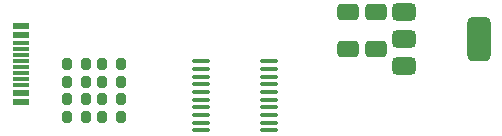
<source format=gtp>
G04 #@! TF.GenerationSoftware,KiCad,Pcbnew,9.0.3*
G04 #@! TF.CreationDate,2025-08-03T15:22:30-04:00*
G04 #@! TF.ProjectId,CH32V003F4P6,43483332-5630-4303-9346-3450362e6b69,rev?*
G04 #@! TF.SameCoordinates,Original*
G04 #@! TF.FileFunction,Paste,Top*
G04 #@! TF.FilePolarity,Positive*
%FSLAX46Y46*%
G04 Gerber Fmt 4.6, Leading zero omitted, Abs format (unit mm)*
G04 Created by KiCad (PCBNEW 9.0.3) date 2025-08-03 15:22:30*
%MOMM*%
%LPD*%
G01*
G04 APERTURE LIST*
G04 Aperture macros list*
%AMRoundRect*
0 Rectangle with rounded corners*
0 $1 Rounding radius*
0 $2 $3 $4 $5 $6 $7 $8 $9 X,Y pos of 4 corners*
0 Add a 4 corners polygon primitive as box body*
4,1,4,$2,$3,$4,$5,$6,$7,$8,$9,$2,$3,0*
0 Add four circle primitives for the rounded corners*
1,1,$1+$1,$2,$3*
1,1,$1+$1,$4,$5*
1,1,$1+$1,$6,$7*
1,1,$1+$1,$8,$9*
0 Add four rect primitives between the rounded corners*
20,1,$1+$1,$2,$3,$4,$5,0*
20,1,$1+$1,$4,$5,$6,$7,0*
20,1,$1+$1,$6,$7,$8,$9,0*
20,1,$1+$1,$8,$9,$2,$3,0*%
G04 Aperture macros list end*
%ADD10RoundRect,0.250000X0.650000X-0.412500X0.650000X0.412500X-0.650000X0.412500X-0.650000X-0.412500X0*%
%ADD11R,1.450000X0.600000*%
%ADD12R,1.450000X0.300000*%
%ADD13RoundRect,0.200000X-0.200000X-0.275000X0.200000X-0.275000X0.200000X0.275000X-0.200000X0.275000X0*%
%ADD14RoundRect,0.200000X0.200000X0.275000X-0.200000X0.275000X-0.200000X-0.275000X0.200000X-0.275000X0*%
%ADD15RoundRect,0.100000X-0.637500X-0.100000X0.637500X-0.100000X0.637500X0.100000X-0.637500X0.100000X0*%
%ADD16RoundRect,0.375000X-0.625000X-0.375000X0.625000X-0.375000X0.625000X0.375000X-0.625000X0.375000X0*%
%ADD17RoundRect,0.500000X-0.500000X-1.400000X0.500000X-1.400000X0.500000X1.400000X-0.500000X1.400000X0*%
G04 APERTURE END LIST*
D10*
X165000000Y-118625000D03*
X165000000Y-115500000D03*
D11*
X134945000Y-116650000D03*
X134945000Y-117450000D03*
D12*
X134945000Y-118650000D03*
X134945000Y-119650000D03*
X134945000Y-120150000D03*
X134945000Y-121150000D03*
D11*
X134945000Y-122350000D03*
X134945000Y-123150000D03*
X134945000Y-123150000D03*
X134945000Y-122350000D03*
D12*
X134945000Y-121650000D03*
X134945000Y-120650000D03*
X134945000Y-119150000D03*
X134945000Y-118150000D03*
D11*
X134945000Y-117450000D03*
X134945000Y-116650000D03*
D10*
X162700000Y-118625000D03*
X162700000Y-115500000D03*
D13*
X141831067Y-119905903D03*
X143481067Y-119905903D03*
D14*
X140500000Y-121394376D03*
X138850000Y-121394376D03*
D13*
X141831067Y-121403935D03*
X143481067Y-121403935D03*
D15*
X150237500Y-119675000D03*
X150237500Y-120325000D03*
X150237500Y-120975000D03*
X150237500Y-121625000D03*
X150237500Y-122275000D03*
X150237500Y-122925000D03*
X150237500Y-123575000D03*
X150237500Y-124225000D03*
X150237500Y-124875000D03*
X150237500Y-125525000D03*
X155962500Y-125525000D03*
X155962500Y-124875000D03*
X155962500Y-124225000D03*
X155962500Y-123575000D03*
X155962500Y-122925000D03*
X155962500Y-122275000D03*
X155962500Y-121625000D03*
X155962500Y-120975000D03*
X155962500Y-120325000D03*
X155962500Y-119675000D03*
D14*
X140500000Y-122897187D03*
X138850000Y-122897187D03*
D16*
X167450000Y-115500000D03*
X167450000Y-117800000D03*
D17*
X173750000Y-117800000D03*
D16*
X167450000Y-120100000D03*
D13*
X141831067Y-124399999D03*
X143481067Y-124399999D03*
X141831067Y-122901967D03*
X143481067Y-122901967D03*
X138850000Y-124399998D03*
X140500000Y-124399998D03*
X138850000Y-119891565D03*
X140500000Y-119891565D03*
M02*

</source>
